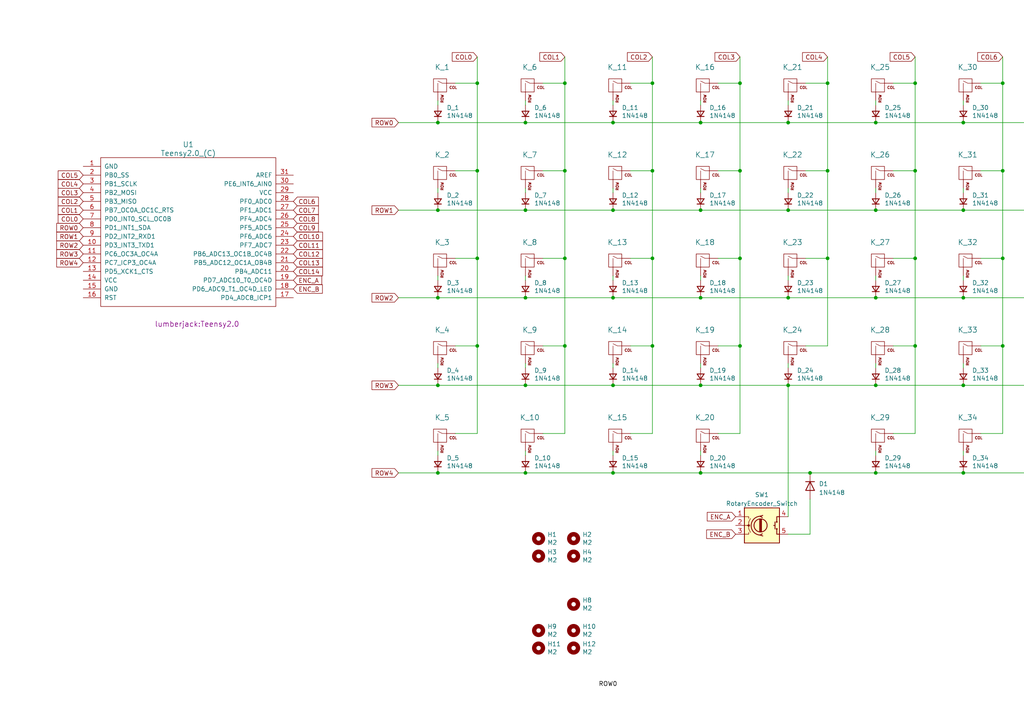
<source format=kicad_sch>
(kicad_sch (version 20230121) (generator eeschema)
  (paper "A4")
  (title_block (title "Lumberjack PCB") (date "2022-02-25") (rev "1.6"))
  (junction (at 330.2 111.76))
  (junction (at 254 111.76))
  (junction (at 406.4 35.56))
  (junction (at 177.8 35.56))
  (junction (at 417.83 24.13))
  (junction (at 290.83 100.33))
  (junction (at 381 137.16))
  (junction (at 163.83 100.33))
  (junction (at 138.43 74.93))
  (junction (at 381 86.36))
  (junction (at 367.03 49.53))
  (junction (at 228.6 86.36))
  (junction (at 214.63 49.53))
  (junction (at 152.4 137.16))
  (junction (at 290.83 74.93))
  (junction (at 152.4 35.56))
  (junction (at 203.2 137.16))
  (junction (at 468.63 49.53))
  (junction (at 355.6 137.16))
  (junction (at 127 86.36))
  (junction (at 406.4 86.36))
  (junction (at 228.6 35.56))
  (junction (at 265.43 49.53))
  (junction (at 443.23 74.93))
  (junction (at 417.83 49.53))
  (junction (at 138.43 24.13))
  (junction (at 468.63 24.13))
  (junction (at 330.2 60.96))
  (junction (at 127 60.96))
  (junction (at 138.43 100.33))
  (junction (at 163.83 49.53))
  (junction (at 431.8 137.16))
  (junction (at 406.4 137.16))
  (junction (at 279.4 35.56))
  (junction (at 177.8 111.76))
  (junction (at 214.63 100.33))
  (junction (at 203.2 35.56))
  (junction (at 279.4 86.36))
  (junction (at 381 111.76))
  (junction (at 234.95 137.16))
  (junction (at 152.4 111.76))
  (junction (at 138.43 49.53))
  (junction (at 189.23 100.33))
  (junction (at 392.43 49.53))
  (junction (at 240.03 74.93))
  (junction (at 290.83 49.53))
  (junction (at 177.8 60.96))
  (junction (at 367.03 74.93))
  (junction (at 203.2 111.76))
  (junction (at 367.03 100.33))
  (junction (at 254 60.96))
  (junction (at 367.03 24.13))
  (junction (at 177.8 137.16))
  (junction (at 254 137.16))
  (junction (at 265.43 74.93))
  (junction (at 330.2 35.56))
  (junction (at 177.8 86.36))
  (junction (at 189.23 24.13))
  (junction (at 431.8 60.96))
  (junction (at 316.23 74.93))
  (junction (at 316.23 49.53))
  (junction (at 330.2 137.16))
  (junction (at 163.83 74.93))
  (junction (at 381 35.56))
  (junction (at 254 86.36))
  (junction (at 279.4 137.16))
  (junction (at 189.23 49.53))
  (junction (at 443.23 24.13))
  (junction (at 304.8 86.36))
  (junction (at 443.23 49.53))
  (junction (at 228.6 60.96))
  (junction (at 355.6 35.56))
  (junction (at 279.4 60.96))
  (junction (at 127 111.76))
  (junction (at 341.63 24.13))
  (junction (at 152.4 86.36))
  (junction (at 431.8 35.56))
  (junction (at 127 137.16))
  (junction (at 203.2 86.36))
  (junction (at 279.4 111.76))
  (junction (at 417.83 100.33))
  (junction (at 494.03 24.13))
  (junction (at 228.6 111.76))
  (junction (at 290.83 24.13))
  (junction (at 406.4 60.96))
  (junction (at 341.63 100.33))
  (junction (at 304.8 60.96))
  (junction (at 457.2 35.56))
  (junction (at 203.2 60.96))
  (junction (at 163.83 24.13))
  (junction (at 304.8 35.56))
  (junction (at 240.03 49.53))
  (junction (at 304.8 111.76))
  (junction (at 152.4 60.96))
  (junction (at 392.43 24.13))
  (junction (at 254 35.56))
  (junction (at 240.03 24.13))
  (junction (at 417.83 74.93))
  (junction (at 214.63 24.13))
  (junction (at 355.6 60.96))
  (junction (at 330.2 86.36))
  (junction (at 381 60.96))
  (junction (at 341.63 49.53))
  (junction (at 392.43 100.33))
  (junction (at 127 35.56))
  (junction (at 392.43 74.93))
  (junction (at 265.43 100.33))
  (junction (at 355.6 86.36))
  (junction (at 189.23 74.93))
  (junction (at 355.6 111.76))
  (junction (at 214.63 74.93))
  (junction (at 265.43 24.13))
  (junction (at 316.23 24.13))
  (junction (at 341.63 74.93))
  (wire (pts (xy 392.43 74.93) (xy 392.43 49.53)))
  (wire (pts (xy 309.88 100.33) (xy 316.23 100.33)))
  (wire (pts (xy 127 137.16) (xy 152.4 137.16)))
  (wire (pts (xy 494.03 24.13) (xy 494.03 25.4)))
  (wire (pts (xy 304.8 60.96) (xy 330.2 60.96)))
  (wire (pts (xy 436.88 74.93) (xy 443.23 74.93)))
  (wire (pts (xy 233.68 49.53) (xy 240.03 49.53)))
  (wire (pts (xy 177.8 130.81) (xy 177.8 132.08)))
  (wire (pts (xy 304.8 105.41) (xy 304.8 106.68)))
  (wire (pts (xy 203.2 86.36) (xy 228.6 86.36)))
  (wire (pts (xy 431.8 80.01) (xy 431.8 81.28)))
  (wire (pts (xy 436.88 49.53) (xy 443.23 49.53)))
  (wire (pts (xy 330.2 54.61) (xy 330.2 55.88)))
  (wire (pts (xy 259.08 74.93) (xy 265.43 74.93)))
  (wire (pts (xy 214.63 16.51) (xy 214.63 24.13)))
  (wire (pts (xy 330.2 111.76) (xy 355.6 111.76)))
  (wire (pts (xy 203.2 137.16) (xy 234.95 137.16)))
  (wire (pts (xy 457.2 35.56) (xy 482.6 35.56)))
  (wire (pts (xy 367.03 125.73) (xy 367.03 100.33)))
  (wire (pts (xy 177.8 105.41) (xy 177.8 106.68)))
  (wire (pts (xy 177.8 60.96) (xy 203.2 60.96)))
  (wire (pts (xy 443.23 125.73) (xy 443.23 74.93)))
  (wire (pts (xy 189.23 16.51) (xy 189.23 24.13)))
  (wire (pts (xy 228.6 111.76) (xy 228.6 149.86)))
  (wire (pts (xy 228.6 35.56) (xy 254 35.56)))
  (wire (pts (xy 163.83 125.73) (xy 163.83 100.33)))
  (wire (pts (xy 152.4 80.01) (xy 152.4 81.28)))
  (wire (pts (xy 284.48 24.13) (xy 290.83 24.13)))
  (wire (pts (xy 367.03 100.33) (xy 367.03 74.93)))
  (wire (pts (xy 304.8 80.01) (xy 304.8 81.28)))
  (wire (pts (xy 335.28 100.33) (xy 341.63 100.33)))
  (wire (pts (xy 406.4 137.16) (xy 431.8 137.16)))
  (wire (pts (xy 152.4 29.21) (xy 152.4 30.48)))
  (wire (pts (xy 341.63 125.73) (xy 341.63 100.33)))
  (wire (pts (xy 386.08 49.53) (xy 392.43 49.53)))
  (wire (pts (xy 152.4 111.76) (xy 177.8 111.76)))
  (wire (pts (xy 335.28 49.53) (xy 341.63 49.53)))
  (wire (pts (xy 279.4 60.96) (xy 304.8 60.96)))
  (wire (pts (xy 279.4 86.36) (xy 304.8 86.36)))
  (wire (pts (xy 157.48 74.93) (xy 163.83 74.93)))
  (wire (pts (xy 417.83 74.93) (xy 417.83 49.53)))
  (wire (pts (xy 182.88 24.13) (xy 189.23 24.13)))
  (wire (pts (xy 290.83 24.13) (xy 290.83 49.53)))
  (wire (pts (xy 265.43 100.33) (xy 265.43 74.93)))
  (wire (pts (xy 177.8 80.01) (xy 177.8 81.28)))
  (wire (pts (xy 152.4 54.61) (xy 152.4 55.88)))
  (wire (pts (xy 127 86.36) (xy 152.4 86.36)))
  (wire (pts (xy 381 60.96) (xy 406.4 60.96)))
  (wire (pts (xy 355.6 54.61) (xy 355.6 55.88)))
  (wire (pts (xy 457.2 130.81) (xy 457.2 132.08)))
  (wire (pts (xy 254 137.16) (xy 279.4 137.16)))
  (wire (pts (xy 259.08 125.73) (xy 265.43 125.73)))
  (wire (pts (xy 240.03 16.51) (xy 240.03 24.13)))
  (wire (pts (xy 279.4 105.41) (xy 279.4 106.68)))
  (wire (pts (xy 330.2 137.16) (xy 355.6 137.16)))
  (wire (pts (xy 157.48 24.13) (xy 163.83 24.13)))
  (wire (pts (xy 182.88 125.73) (xy 189.23 125.73)))
  (wire (pts (xy 360.68 24.13) (xy 367.03 24.13)))
  (wire (pts (xy 381 29.21) (xy 381 30.48)))
  (wire (pts (xy 392.43 100.33) (xy 392.43 74.93)))
  (wire (pts (xy 436.88 125.73) (xy 443.23 125.73)))
  (wire (pts (xy 341.63 100.33) (xy 341.63 74.93)))
  (wire (pts (xy 381 80.01) (xy 381 81.28)))
  (wire (pts (xy 163.83 100.33) (xy 163.83 74.93)))
  (wire (pts (xy 254 105.41) (xy 254 106.68)))
  (wire (pts (xy 284.48 74.93) (xy 290.83 74.93)))
  (wire (pts (xy 304.8 35.56) (xy 330.2 35.56)))
  (wire (pts (xy 355.6 111.76) (xy 381 111.76)))
  (wire (pts (xy 482.6 29.21) (xy 482.6 30.48)))
  (wire (pts (xy 240.03 24.13) (xy 240.03 49.53)))
  (wire (pts (xy 127 130.81) (xy 127 132.08)))
  (wire (pts (xy 431.8 60.96) (xy 457.2 60.96)))
  (wire (pts (xy 443.23 24.13) (xy 443.23 49.53)))
  (wire (pts (xy 152.4 130.81) (xy 152.4 132.08)))
  (wire (pts (xy 367.03 74.93) (xy 367.03 49.53)))
  (wire (pts (xy 330.2 130.81) (xy 330.2 132.08)))
  (wire (pts (xy 381 54.61) (xy 381 55.88)))
  (wire (pts (xy 431.8 54.61) (xy 431.8 55.88)))
  (wire (pts (xy 309.88 74.93) (xy 316.23 74.93)))
  (wire (pts (xy 279.4 130.81) (xy 279.4 132.08)))
  (wire (pts (xy 265.43 125.73) (xy 265.43 100.33)))
  (wire (pts (xy 265.43 24.13) (xy 265.43 49.53)))
  (wire (pts (xy 127 60.96) (xy 152.4 60.96)))
  (wire (pts (xy 330.2 35.56) (xy 355.6 35.56)))
  (wire (pts (xy 487.68 24.13) (xy 494.03 24.13)))
  (wire (pts (xy 279.4 54.61) (xy 279.4 55.88)))
  (wire (pts (xy 177.8 111.76) (xy 203.2 111.76)))
  (wire (pts (xy 386.08 100.33) (xy 392.43 100.33)))
  (wire (pts (xy 436.88 24.13) (xy 443.23 24.13)))
  (wire (pts (xy 279.4 35.56) (xy 304.8 35.56)))
  (wire (pts (xy 203.2 60.96) (xy 228.6 60.96)))
  (wire (pts (xy 259.08 49.53) (xy 265.43 49.53)))
  (wire (pts (xy 335.28 125.73) (xy 341.63 125.73)))
  (wire (pts (xy 189.23 125.73) (xy 189.23 100.33)))
  (wire (pts (xy 462.28 49.53) (xy 468.63 49.53)))
  (wire (pts (xy 381 137.16) (xy 406.4 137.16)))
  (wire (pts (xy 203.2 105.41) (xy 203.2 106.68)))
  (wire (pts (xy 443.23 16.51) (xy 443.23 24.13)))
  (wire (pts (xy 406.4 105.41) (xy 406.4 106.68)))
  (wire (pts (xy 208.28 24.13) (xy 214.63 24.13)))
  (wire (pts (xy 457.2 54.61) (xy 457.2 55.88)))
  (wire (pts (xy 163.83 74.93) (xy 163.83 49.53)))
  (wire (pts (xy 367.03 24.13) (xy 367.03 49.53)))
  (wire (pts (xy 177.8 29.21) (xy 177.8 30.48)))
  (wire (pts (xy 132.08 125.73) (xy 138.43 125.73)))
  (wire (pts (xy 290.83 125.73) (xy 290.83 100.33)))
  (wire (pts (xy 381 111.76) (xy 406.4 111.76)))
  (wire (pts (xy 330.2 105.41) (xy 330.2 106.68)))
  (wire (pts (xy 386.08 24.13) (xy 392.43 24.13)))
  (wire (pts (xy 152.4 86.36) (xy 177.8 86.36)))
  (wire (pts (xy 177.8 54.61) (xy 177.8 55.88)))
  (wire (pts (xy 203.2 80.01) (xy 203.2 81.28)))
  (wire (pts (xy 355.6 105.41) (xy 355.6 106.68)))
  (wire (pts (xy 115.57 35.56) (xy 127 35.56)))
  (wire (pts (xy 233.68 24.13) (xy 240.03 24.13)))
  (wire (pts (xy 392.43 16.51) (xy 392.43 24.13)))
  (wire (pts (xy 177.8 35.56) (xy 203.2 35.56)))
  (wire (pts (xy 228.6 154.94) (xy 234.95 154.94)))
  (wire (pts (xy 304.8 54.61) (xy 304.8 55.88)))
  (wire (pts (xy 494.03 16.51) (xy 494.03 24.13)))
  (wire (pts (xy 254 35.56) (xy 279.4 35.56)))
  (wire (pts (xy 330.2 60.96) (xy 355.6 60.96)))
  (wire (pts (xy 355.6 35.56) (xy 381 35.56)))
  (wire (pts (xy 279.4 80.01) (xy 279.4 81.28)))
  (wire (pts (xy 417.83 16.51) (xy 417.83 24.13)))
  (wire (pts (xy 127 80.01) (xy 127 81.28)))
  (wire (pts (xy 406.4 54.61) (xy 406.4 55.88)))
  (wire (pts (xy 228.6 29.21) (xy 228.6 30.48)))
  (wire (pts (xy 335.28 24.13) (xy 341.63 24.13)))
  (wire (pts (xy 411.48 24.13) (xy 417.83 24.13)))
  (wire (pts (xy 392.43 24.13) (xy 392.43 49.53)))
  (wire (pts (xy 203.2 130.81) (xy 203.2 132.08)))
  (wire (pts (xy 462.28 125.73) (xy 468.63 125.73)))
  (wire (pts (xy 360.68 49.53) (xy 367.03 49.53)))
  (wire (pts (xy 254 60.96) (xy 279.4 60.96)))
  (wire (pts (xy 330.2 29.21) (xy 330.2 30.48)))
  (wire (pts (xy 468.63 24.13) (xy 468.63 49.53)))
  (wire (pts (xy 115.57 111.76) (xy 127 111.76)))
  (wire (pts (xy 355.6 29.21) (xy 355.6 30.48)))
  (wire (pts (xy 208.28 49.53) (xy 214.63 49.53)))
  (wire (pts (xy 316.23 16.51) (xy 316.23 24.13)))
  (wire (pts (xy 182.88 49.53) (xy 189.23 49.53)))
  (wire (pts (xy 228.6 60.96) (xy 254 60.96)))
  (wire (pts (xy 443.23 74.93) (xy 443.23 49.53)))
  (wire (pts (xy 132.08 49.53) (xy 138.43 49.53)))
  (wire (pts (xy 468.63 125.73) (xy 468.63 49.53)))
  (wire (pts (xy 208.28 100.33) (xy 214.63 100.33)))
  (wire (pts (xy 406.4 60.96) (xy 431.8 60.96)))
  (wire (pts (xy 203.2 111.76) (xy 228.6 111.76)))
  (wire (pts (xy 355.6 86.36) (xy 381 86.36)))
  (wire (pts (xy 132.08 100.33) (xy 138.43 100.33)))
  (wire (pts (xy 265.43 74.93) (xy 265.43 49.53)))
  (wire (pts (xy 417.83 125.73) (xy 417.83 100.33)))
  (wire (pts (xy 240.03 74.93) (xy 240.03 49.53)))
  (wire (pts (xy 254 29.21) (xy 254 30.48)))
  (wire (pts (xy 115.57 86.36) (xy 127 86.36)))
  (wire (pts (xy 309.88 24.13) (xy 316.23 24.13)))
  (wire (pts (xy 406.4 29.21) (xy 406.4 30.48)))
  (wire (pts (xy 360.68 125.73) (xy 367.03 125.73)))
  (wire (pts (xy 316.23 24.13) (xy 316.23 49.53)))
  (wire (pts (xy 392.43 125.73) (xy 392.43 100.33)))
  (wire (pts (xy 381 86.36) (xy 406.4 86.36)))
  (wire (pts (xy 386.08 74.93) (xy 392.43 74.93)))
  (wire (pts (xy 406.4 130.81) (xy 406.4 132.08)))
  (wire (pts (xy 468.63 16.51) (xy 468.63 24.13)))
  (wire (pts (xy 138.43 125.73) (xy 138.43 100.33)))
  (wire (pts (xy 360.68 74.93) (xy 367.03 74.93)))
  (wire (pts (xy 341.63 24.13) (xy 341.63 49.53)))
  (wire (pts (xy 228.6 80.01) (xy 228.6 81.28)))
  (wire (pts (xy 127 54.61) (xy 127 55.88)))
  (wire (pts (xy 203.2 54.61) (xy 203.2 55.88)))
  (wire (pts (xy 138.43 74.93) (xy 138.43 49.53)))
  (wire (pts (xy 234.95 137.16) (xy 254 137.16)))
  (wire (pts (xy 157.48 100.33) (xy 163.83 100.33)))
  (wire (pts (xy 335.28 74.93) (xy 341.63 74.93)))
  (wire (pts (xy 127 105.41) (xy 127 106.68)))
  (wire (pts (xy 355.6 80.01) (xy 355.6 81.28)))
  (wire (pts (xy 462.28 24.13) (xy 468.63 24.13)))
  (wire (pts (xy 208.28 74.93) (xy 214.63 74.93)))
  (wire (pts (xy 214.63 74.93) (xy 214.63 49.53)))
  (wire (pts (xy 411.48 100.33) (xy 417.83 100.33)))
  (wire (pts (xy 127 29.21) (xy 127 30.48)))
  (wire (pts (xy 254 54.61) (xy 254 55.88)))
  (wire (pts (xy 132.08 24.13) (xy 138.43 24.13)))
  (wire (pts (xy 284.48 49.53) (xy 290.83 49.53)))
  (wire (pts (xy 265.43 16.51) (xy 265.43 24.13)))
  (wire (pts (xy 279.4 137.16) (xy 330.2 137.16)))
  (wire (pts (xy 233.68 100.33) (xy 240.03 100.33)))
  (wire (pts (xy 259.08 24.13) (xy 265.43 24.13)))
  (wire (pts (xy 189.23 24.13) (xy 189.23 49.53)))
  (wire (pts (xy 157.48 49.53) (xy 163.83 49.53)))
  (wire (pts (xy 406.4 35.56) (xy 431.8 35.56)))
  (wire (pts (xy 228.6 111.76) (xy 254 111.76)))
  (wire (pts (xy 214.63 100.33) (xy 214.63 74.93)))
  (wire (pts (xy 360.68 100.33) (xy 367.03 100.33)))
  (wire (pts (xy 189.23 100.33) (xy 189.23 74.93)))
  (wire (pts (xy 330.2 86.36) (xy 355.6 86.36)))
  (wire (pts (xy 152.4 105.41) (xy 152.4 106.68)))
  (wire (pts (xy 138.43 100.33) (xy 138.43 74.93)))
  (wire (pts (xy 127 111.76) (xy 152.4 111.76)))
  (wire (pts (xy 163.83 24.13) (xy 163.83 49.53)))
  (wire (pts (xy 411.48 49.53) (xy 417.83 49.53)))
  (wire (pts (xy 431.8 29.21) (xy 431.8 30.48)))
  (wire (pts (xy 115.57 137.16) (xy 127 137.16)))
  (wire (pts (xy 214.63 125.73) (xy 214.63 100.33)))
  (wire (pts (xy 309.88 49.53) (xy 316.23 49.53)))
  (wire (pts (xy 381 35.56) (xy 406.4 35.56)))
  (wire (pts (xy 279.4 111.76) (xy 304.8 111.76)))
  (wire (pts (xy 381 105.41) (xy 381 106.68)))
  (wire (pts (xy 457.2 29.21) (xy 457.2 30.48)))
  (wire (pts (xy 367.03 16.51) (xy 367.03 24.13)))
  (wire (pts (xy 254 80.01) (xy 254 81.28)))
  (wire (pts (xy 411.48 125.73) (xy 417.83 125.73)))
  (wire (pts (xy 115.57 60.96) (xy 127 60.96)))
  (wire (pts (xy 381 130.81) (xy 381 132.08)))
  (wire (pts (xy 316.23 100.33) (xy 316.23 74.93)))
  (wire (pts (xy 431.8 130.81) (xy 431.8 132.08)))
  (wire (pts (xy 431.8 35.56) (xy 457.2 35.56)))
  (wire (pts (xy 182.88 74.93) (xy 189.23 74.93)))
  (wire (pts (xy 203.2 35.56) (xy 228.6 35.56)))
  (wire (pts (xy 284.48 125.73) (xy 290.83 125.73)))
  (wire (pts (xy 203.2 29.21) (xy 203.2 30.48)))
  (wire (pts (xy 341.63 74.93) (xy 341.63 49.53)))
  (wire (pts (xy 163.83 16.51) (xy 163.83 24.13)))
  (wire (pts (xy 284.48 100.33) (xy 290.83 100.33)))
  (wire (pts (xy 127 35.56) (xy 152.4 35.56)))
  (wire (pts (xy 406.4 80.01) (xy 406.4 81.28)))
  (wire (pts (xy 316.23 74.93) (xy 316.23 49.53)))
  (wire (pts (xy 132.08 74.93) (xy 138.43 74.93)))
  (wire (pts (xy 177.8 137.16) (xy 203.2 137.16)))
  (wire (pts (xy 290.83 100.33) (xy 290.83 74.93)))
  (wire (pts (xy 330.2 80.01) (xy 330.2 81.28)))
  (wire (pts (xy 406.4 86.36) (xy 431.8 86.36)))
  (wire (pts (xy 152.4 60.96) (xy 177.8 60.96)))
  (wire (pts (xy 355.6 137.16) (xy 381 137.16)))
  (wire (pts (xy 228.6 54.61) (xy 228.6 55.88)))
  (wire (pts (xy 279.4 29.21) (xy 279.4 30.48)))
  (wire (pts (xy 386.08 125.73) (xy 392.43 125.73)))
  (wire (pts (xy 157.48 125.73) (xy 163.83 125.73)))
  (wire (pts (xy 304.8 86.36) (xy 330.2 86.36)))
  (wire (pts (xy 304.8 111.76) (xy 330.2 111.76)))
  (wire (pts (xy 254 130.81) (xy 254 132.08)))
  (wire (pts (xy 240.03 100.33) (xy 240.03 74.93)))
  (wire (pts (xy 304.8 29.21) (xy 304.8 30.48)))
  (wire (pts (xy 259.08 100.33) (xy 265.43 100.33)))
  (wire (pts (xy 233.68 74.93) (xy 240.03 74.93)))
  (wire (pts (xy 228.6 105.41) (xy 228.6 106.68)))
  (wire (pts (xy 182.88 100.33) (xy 189.23 100.33)))
  (wire (pts (xy 417.83 24.13) (xy 417.83 49.53)))
  (wire (pts (xy 417.83 100.33) (xy 417.83 74.93)))
  (wire (pts (xy 177.8 86.36) (xy 203.2 86.36)))
  (wire (pts (xy 355.6 130.81) (xy 355.6 132.08)))
  (wire (pts (xy 355.6 60.96) (xy 381 60.96)))
  (wire (pts (xy 254 86.36) (xy 279.4 86.36)))
  (wire (pts (xy 138.43 16.51) (xy 138.43 24.13)))
  (wire (pts (xy 290.83 74.93) (xy 290.83 49.53)))
  (wire (pts (xy 228.6 86.36) (xy 254 86.36)))
  (wire (pts (xy 234.95 154.94) (xy 234.95 144.78)))
  (wire (pts (xy 341.63 16.51) (xy 341.63 24.13)))
  (wire (pts (xy 152.4 35.56) (xy 177.8 35.56)))
  (wire (pts (xy 431.8 137.16) (xy 457.2 137.16)))
  (wire (pts (xy 411.48 74.93) (xy 417.83 74.93)))
  (wire (pts (xy 138.43 24.13) (xy 138.43 49.53)))
  (wire (pts (xy 214.63 24.13) (xy 214.63 49.53)))
  (wire (pts (xy 290.83 16.51) (xy 290.83 24.13)))
  (wire (pts (xy 208.28 125.73) (xy 214.63 125.73)))
  (wire (pts (xy 152.4 137.16) (xy 177.8 137.16)))
  (wire (pts (xy 189.23 74.93) (xy 189.23 49.53)))
  (wire (pts (xy 254 111.76) (xy 279.4 111.76)))
  (label "ROW0" (at 179.07 199.39 180))
  (global_label "COL3" (shape input) (at 214.63 16.51 180) (property "Intersheetrefs" "${INTERSHEET_REFS}" (effects hide)))
  (global_label "COL0" (shape input) (at 138.43 16.51 180) (property "Intersheetrefs" "${INTERSHEET_REFS}" (effects hide)))
  (global_label "COL0" (shape input) (at 24.13 63.5 180) (property "Intersheetrefs" "${INTERSHEET_REFS}" (effects hide)))
  (global_label "COL12" (shape input) (at 443.23 16.51 180) (property "Intersheetrefs" "${INTERSHEET_REFS}" (effects hide)))
  (global_label "COL13" (shape input) (at 468.63 16.51 180) (property "Intersheetrefs" "${INTERSHEET_REFS}" (effects hide)))
  (global_label "COL11" (shape input) (at 85.09 71.12 0) (property "Intersheetrefs" "${INTERSHEET_REFS}" (effects hide)))
  (global_label "ROW4" (shape input) (at 115.57 137.16 180) (property "Intersheetrefs" "${INTERSHEET_REFS}" (effects hide)))
  (global_label "COL4" (shape input) (at 24.13 53.34 180) (property "Intersheetrefs" "${INTERSHEET_REFS}" (effects hide)))
  (global_label "COL13" (shape input) (at 85.09 76.2 0) (property "Intersheetrefs" "${INTERSHEET_REFS}" (effects hide)))
  (global_label "COL8" (shape input) (at 85.09 63.5 0) (property "Intersheetrefs" "${INTERSHEET_REFS}" (effects hide)))
  (global_label "COL4" (shape input) (at 240.03 16.51 180) (property "Intersheetrefs" "${INTERSHEET_REFS}" (effects hide)))
  (global_label "COL7" (shape input) (at 316.23 16.51 180) (property "Intersheetrefs" "${INTERSHEET_REFS}" (effects hide)))
  (global_label "COL14" (shape input) (at 85.09 78.74 0) (property "Intersheetrefs" "${INTERSHEET_REFS}" (effects hide)))
  (global_label "COL11" (shape input) (at 417.83 16.51 180) (property "Intersheetrefs" "${INTERSHEET_REFS}" (effects hide)))
  (global_label "ENC_A" (shape input) (at 85.09 81.28 0) (property "Intersheetrefs" "${INTERSHEET_REFS}" (effects hide)))
  (global_label "COL9" (shape input) (at 85.09 66.04 0) (property "Intersheetrefs" "${INTERSHEET_REFS}" (effects hide)))
  (global_label "COL6" (shape input) (at 85.09 58.42 0) (property "Intersheetrefs" "${INTERSHEET_REFS}" (effects hide)))
  (global_label "ROW3" (shape input) (at 24.13 73.66 180) (property "Intersheetrefs" "${INTERSHEET_REFS}" (effects hide)))
  (global_label "COL5" (shape input) (at 265.43 16.51 180) (property "Intersheetrefs" "${INTERSHEET_REFS}" (effects hide)))
  (global_label "COL3" (shape input) (at 24.13 55.88 180) (property "Intersheetrefs" "${INTERSHEET_REFS}" (effects hide)))
  (global_label "COL12" (shape input) (at 85.09 73.66 0) (property "Intersheetrefs" "${INTERSHEET_REFS}" (effects hide)))
  (global_label "COL6" (shape input) (at 290.83 16.51 180) (property "Intersheetrefs" "${INTERSHEET_REFS}" (effects hide)))
  (global_label "COL9" (shape input) (at 367.03 16.51 180) (property "Intersheetrefs" "${INTERSHEET_REFS}" (effects hide)))
  (global_label "COL8" (shape input) (at 341.63 16.51 180) (property "Intersheetrefs" "${INTERSHEET_REFS}" (effects hide)))
  (global_label "ENC_A" (shape input) (at 213.36 149.86 180) (property "Intersheetrefs" "${INTERSHEET_REFS}" (effects hide)))
  (global_label "COL1" (shape input) (at 24.13 60.96 180) (property "Intersheetrefs" "${INTERSHEET_REFS}" (effects hide)))
  (global_label "ENC_B" (shape input) (at 85.09 83.82 0) (property "Intersheetrefs" "${INTERSHEET_REFS}" (effects hide)))
  (global_label "ROW0" (shape input) (at 24.13 66.04 180) (property "Intersheetrefs" "${INTERSHEET_REFS}" (effects hide)))
  (global_label "ROW3" (shape input) (at 115.57 111.76 180) (property "Intersheetrefs" "${INTERSHEET_REFS}" (effects hide)))
  (global_label "COL2" (shape input) (at 189.23 16.51 180) (property "Intersheetrefs" "${INTERSHEET_REFS}" (effects hide)))
  (global_label "COL1" (shape input) (at 163.83 16.51 180) (property "Intersheetrefs" "${INTERSHEET_REFS}" (effects hide)))
  (global_label "ROW1" (shape input) (at 24.13 68.58 180) (property "Intersheetrefs" "${INTERSHEET_REFS}" (effects hide)))
  (global_label "COL14" (shape input) (at 494.03 16.51 180) (property "Intersheetrefs" "${INTERSHEET_REFS}" (effects hide)))
  (global_label "COL2" (shape input) (at 24.13 58.42 180) (property "Intersheetrefs" "${INTERSHEET_REFS}" (effects hide)))
  (global_label "ROW2" (shape input) (at 115.57 86.36 180) (property "Intersheetrefs" "${INTERSHEET_REFS}" (effects hide)))
  (global_label "COL7" (shape input) (at 85.09 60.96 0) (property "Intersheetrefs" "${INTERSHEET_REFS}" (effects hide)))
  (global_label "ROW1" (shape input) (at 115.57 60.96 180) (property "Intersheetrefs" "${INTERSHEET_REFS}" (effects hide)))
  (global_label "COL5" (shape input) (at 24.13 50.8 180) (property "Intersheetrefs" "${INTERSHEET_REFS}" (effects hide)))
  (global_label "ENC_B" (shape input) (at 213.36 154.94 180) (property "Intersheetrefs" "${INTERSHEET_REFS}" (effects hide)))
  (global_label "COL10" (shape input) (at 85.09 68.58 0) (property "Intersheetrefs" "${INTERSHEET_REFS}" (effects hide)))
  (global_label "ROW0" (shape input) (at 115.57 35.56 180) (property "Intersheetrefs" "${INTERSHEET_REFS}" (effects hide)))
  (global_label "ROW4" (shape input) (at 24.13 76.2 180) (property "Intersheetrefs" "${INTERSHEET_REFS}" (effects hide)))
  (global_label "COL10" (shape input) (at 392.43 16.51 180) (property "Intersheetrefs" "${INTERSHEET_REFS}" (effects hide)))
  (global_label "ROW2" (shape input) (at 24.13 71.12 180) (property "Intersheetrefs" "${INTERSHEET_REFS}" (effects hide)))
  (symbol (lib_id "Mechanical:MountingHole") (at 156.21 156.21 0) (unit 1) (in_bom no)
    (property "Reference" "H1" (at 158.75 155.0416 0) (effects (justify left)))
    (property "Value" "M2" (at 158.75 157.353 0) (effects (justify left)))
    (property "Footprint" "lumberjack:MountingHole_M2" (effects hide))
  )
  (symbol (lib_id "Mechanical:MountingHole") (at 166.37 156.21 0) (unit 1) (in_bom no)
    (property "Reference" "H2" (at 168.91 155.0416 0) (effects (justify left)))
    (property "Value" "M2" (at 168.91 157.353 0) (effects (justify left)))
    (property "Footprint" "lumberjack:MountingHole_M2" (effects hide))
  )
  (symbol (lib_id "Mechanical:MountingHole") (at 156.21 161.29 0) (unit 1) (in_bom no)
    (property "Reference" "H3" (at 158.75 160.1216 0) (effects (justify left)))
    (property "Value" "M2" (at 158.75 162.433 0) (effects (justify left)))
    (property "Footprint" "lumberjack:MountingHole_M2" (effects hide))
  )
  (symbol (lib_id "Mechanical:MountingHole") (at 166.37 161.29 0) (unit 1) (in_bom no)
    (property "Reference" "H4" (at 168.91 160.1216 0) (effects (justify left)))
    (property "Value" "M2" (at 168.91 162.433 0) (effects (justify left)))
    (property "Footprint" "lumberjack:MountingHole_M2" (effects hide))
  )
  (symbol (lib_id "Mechanical:MountingHole") (at 166.37 175.26 0) (unit 1) (in_bom no)
    (property "Reference" "H8" (at 168.91 174.0916 0) (effects (justify left)))
    (property "Value" "M2" (at 168.91 176.403 0) (effects (justify left)))
    (property "Footprint" "lumberjack:MountingHole_M2" (effects hide))
  )
  (symbol (lib_id "Mechanical:MountingHole") (at 166.37 182.88 0) (unit 1) (in_bom no)
    (property "Reference" "H10" (at 168.91 181.7116 0) (effects (justify left)))
    (property "Value" "M2" (at 168.91 184.023 0) (effects (justify left)))
    (property "Footprint" "lumberjack:MountingHole_M2" (effects hide))
  )
  (symbol (lib_id "Mechanical:MountingHole") (at 156.21 182.88 0) (unit 1) (in_bom no)
    (property "Reference" "H9" (at 158.75 181.7116 0) (effects (justify left)))
    (property "Value" "M2" (at 158.75 184.023 0) (effects (justify left)))
    (property "Footprint" "lumberjack:MountingHole_M2" (effects hide))
  )
  (symbol (lib_id "Mechanical:MountingHole") (at 156.21 187.96 0) (unit 1) (in_bom no)
    (property "Reference" "H11" (at 158.75 186.7916 0) (effects (justify left)))
    (property "Value" "M2" (at 158.75 189.103 0) (effects (justify left)))
    (property "Footprint" "lumberjack:MountingHole_M2" (effects hide))
  )
  (symbol (lib_id "MX_Alps_Hybrid:MX-NoLED") (at 382.27 25.4 0) (unit 1)
    (property "Reference" "K_49" (at 382.27 19.4818 0) (effects (font (size 1.524 1.524))))
    (property "Value" "KEYSW" (effects hide))
    (property "Footprint" "Button_Switch_Keyboard:SW_Cherry_MX_1.00u_PCB" (effects hide))
  )
  (symbol (lib_id "MX_Alps_Hybrid:MX-NoLED") (at 128.27 127 0) (unit 1)
    (property "Reference" "K_5" (at 128.27 121.0818 0) (effects (font (size 1.524 1.524))))
    (property "Value" "KEYSW" (effects hide))
    (property "Footprint" "Button_Switch_Keyboard:SW_Cherry_MX_1.25u_PCB" (effects hide))
  )
  (symbol (lib_id "Device:D_Small") (at 330.2 83.82 90) (unit 1)
    (property "Reference" "D_41" (at 332.74 82.042 90) (effects (justify right)))
    (property "Value" "1N4148" (at 332.74 84.328 90) (effects (justify right)))
    (property "Footprint" "Diode_THT:D_DO-35_SOD27_P7.62mm_Horizontal" (effects hide))
  )
  (symbol (lib_id "MX_Alps_Hybrid:MX-NoLED") (at 128.27 25.4 0) (unit 1)
    (property "Reference" "K_1" (at 128.27 19.4818 0) (effects (font (size 1.524 1.524))))
    (property "Value" "KEYSW" (effects hide))
    (property "Footprint" "Button_Switch_Keyboard:SW_Cherry_MX_1.00u_PCB" (effects hide))
  )
  (symbol (lib_id "Device:D_Small") (at 152.4 134.62 90) (unit 1)
    (property "Reference" "D_10" (at 154.94 132.842 90) (effects (justify right)))
    (property "Value" "1N4148" (at 154.94 135.128 90) (effects (justify right)))
    (property "Footprint" "Diode_THT:D_DO-35_SOD27_P7.62mm_Horizontal" (effects hide))
  )
  (symbol (lib_id "Device:D_Small") (at 431.8 83.82 90) (unit 1)
    (property "Reference" "D_61" (at 434.34 82.042 90) (effects (justify right)))
    (property "Value" "1N4148" (at 434.34 84.328 90) (effects (justify right)))
    (property "Footprint" "Diode_THT:D_DO-35_SOD27_P7.62mm_Horizontal" (effects hide))
  )
  (symbol (lib_id "MX_Alps_Hybrid:MX-NoLED") (at 204.47 25.4 0) (unit 1)
    (property "Reference" "K_16" (at 204.47 19.4818 0) (effects (font (size 1.524 1.524))))
    (property "Value" "KEYSW" (effects hide))
    (property "Footprint" "Button_Switch_Keyboard:SW_Cherry_MX_1.00u_PCB" (effects hide))
  )
  (symbol (lib_id "MX_Alps_Hybrid:MX-NoLED") (at 331.47 127 0) (unit 1)
    (property "Reference" "K_43" (at 331.47 121.0818 0) (effects (font (size 1.524 1.524))))
    (property "Value" "KEYSW" (effects hide))
    (property "Footprint" "Button_Switch_Keyboard:SW_Cherry_MX_1.25u_PCB" (effects hide))
  )
  (symbol (lib_id "MX_Alps_Hybrid:MX-NoLED") (at 433.07 50.8 0) (unit 1)
    (property "Reference" "K_60" (at 433.07 44.8818 0) (effects (font (size 1.524 1.524))))
    (property "Value" "KEYSW" (effects hide))
    (property "Footprint" "Button_Switch_Keyboard:SW_Cherry_MX_1.00u_PCB" (effects hide))
  )
  (symbol (lib_id "MX_Alps_Hybrid:MX-NoLED") (at 407.67 127 0) (unit 1)
    (property "Reference" "K_58" (at 407.67 121.0818 0) (effects (font (size 1.524 1.524))))
    (property "Value" "KEYSW" (effects hide))
    (property "Footprint" "Button_Switch_Keyboard:SW_Cherry_MX_1.00u_PCB" (effects hide))
  )
  (symbol (lib_id "MX_Alps_Hybrid:MX-NoLED") (at 153.67 50.8 0) (unit 1)
    (property "Reference" "K_7" (at 153.67 44.8818 0) (effects (font (size 1.524 1.524))))
    (property "Value" "KEYSW" (effects hide))
    (property "Footprint" "Button_Switch_Keyboard:SW_Cherry_MX_1.00u_PCB" (effects hide))
  )
  (symbol (lib_id "Device:D_Small") (at 304.8 109.22 90) (unit 1)
    (property "Reference" "D_38" (at 307.34 107.442 90) (effects (justify right)))
    (property "Value" "1N4148" (at 307.34 109.728 90) (effects (justify right)))
    (property "Footprint" "Diode_THT:D_DO-35_SOD27_P7.62mm_Horizontal" (effects hide))
  )
  (symbol (lib_id "Device:D_Small") (at 279.4 134.62 90) (unit 1)
    (property "Reference" "D_34" (at 281.94 132.842 90) (effects (justify right)))
    (property "Value" "1N4148" (at 281.94 135.128 90) (effects (justify right)))
    (property "Footprint" "Diode_THT:D_DO-35_SOD27_P7.62mm_Horizontal" (effects hide))
  )
  (symbol (lib_id "Device:D_Small") (at 152.4 109.22 90) (unit 1)
    (property "Reference" "D_9" (at 154.94 107.442 90) (effects (justify right)))
    (property "Value" "1N4148" (at 154.94 109.728 90) (effects (justify right)))
    (property "Footprint" "Diode_THT:D_DO-35_SOD27_P7.62mm_Horizontal" (effects hide))
  )
  (symbol (lib_id "MX_Alps_Hybrid:MX-NoLED") (at 306.07 50.8 0) (unit 1)
    (property "Reference" "K_36" (at 306.07 44.8818 0) (effects (font (size 1.524 1.524))))
    (property "Value" "KEYSW" (effects hide))
    (property "Footprint" "Button_Switch_Keyboard:SW_Cherry_MX_1.00u_PCB" (effects hide))
  )
  (symbol (lib_id "Device:D_Small") (at 203.2 58.42 90) (unit 1)
    (property "Reference" "D_17" (at 205.74 56.642 90) (effects (justify right)))
    (property "Value" "1N4148" (at 205.74 58.928 90) (effects (justify right)))
    (property "Footprint" "Diode_THT:D_DO-35_SOD27_P7.62mm_Horizontal" (effects hide))
  )
  (symbol (lib_id "Device:D_Small") (at 304.8 58.42 90) (unit 1)
    (property "Reference" "D_36" (at 307.34 56.642 90) (effects (justify right)))
    (property "Value" "1N4148" (at 307.34 58.928 90) (effects (justify right)))
    (property "Footprint" "Diode_THT:D_DO-35_SOD27_P7.62mm_Horizontal" (effects hide))
  )
  (symbol (lib_id "MX_Alps_Hybrid:MX-NoLED") (at 204.47 76.2 0) (unit 1)
    (property "Reference" "K_18" (at 204.47 70.2818 0) (effects (font (size 1.524 1.524))))
    (property "Value" "KEYSW" (effects hide))
    (property "Footprint" "Button_Switch_Keyboard:SW_Cherry_MX_1.00u_PCB" (effects hide))
  )
  (symbol (lib_id "Diode:1N4148") (at 234.95 140.97 270) (unit 1)
    (property "Reference" "D1" (at 237.49 140.335 90) (effects (justify left)))
    (property "Value" "1N4148" (at 237.49 142.875 90) (effects (justify left)))
    (property "Footprint" "Diode_THT:D_DO-35_SOD27_P7.62mm_Horizontal" (effects hide))
    (property "Datasheet" "https://assets.nexperia.com/documents/data-sheet/1N4148_1N4448.pdf" (effects hide))
    (property "Sim.Device" "D" (effects hide))
    (property "Sim.Pins" "1=K 2=A" (effects hide))
  )
  (symbol (lib_id "MX_Alps_Hybrid:MX-NoLED") (at 229.87 50.8 0) (unit 1)
    (property "Reference" "K_22" (at 229.87 44.8818 0) (effects (font (size 1.524 1.524))))
    (property "Value" "KEYSW" (effects hide))
    (property "Footprint" "Button_Switch_Keyboard:SW_Cherry_MX_1.00u_PCB" (effects hide))
  )
  (symbol (lib_id "MX_Alps_Hybrid:MX-NoLED") (at 280.67 25.4 0) (unit 1)
    (property "Reference" "K_30" (at 280.67 19.4818 0) (effects (font (size 1.524 1.524))))
    (property "Value" "KEYSW" (effects hide))
    (property "Footprint" "Button_Switch_Keyboard:SW_Cherry_MX_1.00u_PCB" (effects hide))
  )
  (symbol (lib_id "Device:D_Small") (at 304.8 33.02 90) (unit 1)
    (property "Reference" "D_35" (at 307.34 31.242 90) (effects (justify right)))
    (property "Value" "1N4148" (at 307.34 33.528 90) (effects (justify right)))
    (property "Footprint" "Diode_THT:D_DO-35_SOD27_P7.62mm_Horizontal" (effects hide))
  )
  (symbol (lib_id "Device:D_Small") (at 330.2 109.22 90) (unit 1)
    (property "Reference" "D_42" (at 332.74 107.442 90) (effects (justify right)))
    (property "Value" "1N4148" (at 332.74 109.728 90) (effects (justify right)))
    (property "Footprint" "Diode_THT:D_DO-35_SOD27_P7.62mm_Horizontal" (effects hide))
  )
  (symbol (lib_id "MX_Alps_Hybrid:MX-NoLED") (at 407.67 50.8 0) (unit 1)
    (property "Reference" "K_55" (at 407.67 44.8818 0) (effects (font (size 1.524 1.524))))
    (property "Value" "KEYSW" (effects hide))
    (property "Footprint" "Button_Switch_Keyboard:SW_Cherry_MX_1.00u_PCB" (effects hide))
  )
  (symbol (lib_id "Device:D_Small") (at 457.2 58.42 90) (unit 1)
    (property "Reference" "D_64" (at 459.74 56.642 90) (effects (justify right)))
    (property "Value" "1N4148" (at 459.74 58.928 90) (effects (justify right)))
    (property "Footprint" "Diode_THT:D_DO-35_SOD27_P7.62mm_Horizontal" (effects hide))
  )
  (symbol (lib_id "Device:D_Small") (at 355.6 134.62 90) (unit 1)
    (property "Reference" "D_48" (at 358.14 132.842 90) (effects (justify right)))
    (property "Value" "1N4148" (at 358.14 135.128 90) (effects (justify right)))
    (property "Footprint" "Diode_THT:D_DO-35_SOD27_P7.62mm_Horizontal" (effects hide))
  )
  (symbol (lib_id "Device:D_Small") (at 203.2 134.62 90) (unit 1)
    (property "Reference" "D_20" (at 205.74 132.842 90) (effects (justify right)))
    (property "Value" "1N4148" (at 205.74 135.128 90) (effects (justify right)))
    (property "Footprint" "Diode_THT:D_DO-35_SOD27_P7.62mm_Horizontal" (effects hide))
  )
  (symbol (lib_id "Device:D_Small") (at 228.6 58.42 90) (unit 1)
    (property "Reference" "D_22" (at 231.14 56.642 90) (effects (justify right)))
    (property "Value" "1N4148" (at 231.14 58.928 90) (effects (justify right)))
    (property "Footprint" "Diode_THT:D_DO-35_SOD27_P7.62mm_Horizontal" (effects hide))
  )
  (symbol (lib_id "Device:D_Small") (at 254 33.02 90) (unit 1)
    (property "Reference" "D_25" (at 256.54 31.242 90) (effects (justify right)))
    (property "Value" "1N4148" (at 256.54 33.528 90) (effects (justify right)))
    (property "Footprint" "Diode_THT:D_DO-35_SOD27_P7.62mm_Horizontal" (effects hide))
  )
  (symbol (lib_id "Device:D_Small") (at 177.8 134.62 90) (unit 1)
    (property "Reference" "D_15" (at 180.34 132.842 90) (effects (justify right)))
    (property "Value" "1N4148" (at 180.34 135.128 90) (effects (justify right)))
    (property "Footprint" "Diode_THT:D_DO-35_SOD27_P7.62mm_Horizontal" (effects hide))
  )
  (symbol (lib_id "MX_Alps_Hybrid:MX-NoLED") (at 255.27 101.6 0) (unit 1)
    (property "Reference" "K_28" (at 255.27 95.6818 0) (effects (font (size 1.524 1.524))))
    (property "Value" "KEYSW" (effects hide))
    (property "Footprint" "Button_Switch_Keyboard:SW_Cherry_MX_1.00u_PCB" (effects hide))
  )
  (symbol (lib_id "teensy:Teensy2.0_(C)") (at 54.61 67.31 0) (unit 1)
    (property "Reference" "U1" (at 54.61 41.91 0) (effects (font (size 1.524 1.524))))
    (property "Value" "Teensy2.0_(C)" (at 54.61 44.45 0) (effects (font (size 1.524 1.524))))
    (property "Footprint" "lumberjack:Teensy2.0" (at 57.15 93.98 0) (effects (font (size 1.524 1.524))))
  )
  (symbol (lib_id "Device:D_Small") (at 355.6 83.82 90) (unit 1)
    (property "Reference" "D_46" (at 358.14 82.042 90) (effects (justify right)))
    (property "Value" "1N4148" (at 358.14 84.328 90) (effects (justify right)))
    (property "Footprint" "Diode_THT:D_DO-35_SOD27_P7.62mm_Horizontal" (effects hide))
  )
  (symbol (lib_id "MX_Alps_Hybrid:MX-NoLED") (at 382.27 101.6 0) (unit 1)
    (property "Reference" "K_52" (at 382.27 95.6818 0) (effects (font (size 1.524 1.524))))
    (property "Value" "KEYSW" (effects hide))
    (property "Footprint" "Button_Switch_Keyboard:SW_Cherry_MX_1.00u_PCB" (effects hide))
  )
  (symbol (lib_id "Device:D_Small") (at 203.2 109.22 90) (unit 1)
    (property "Reference" "D_19" (at 205.74 107.442 90) (effects (justify right)))
    (property "Value" "1N4148" (at 205.74 109.728 90) (effects (justify right)))
    (property "Footprint" "Diode_THT:D_DO-35_SOD27_P7.62mm_Horizontal" (effects hide))
  )
  (symbol (lib_id "MX_Alps_Hybrid:MX-NoLED") (at 433.07 76.2 0) (unit 1)
    (property "Reference" "K_61" (at 433.07 70.2818 0) (effects (font (size 1.524 1.524))))
    (property "Value" "KEYSW" (effects hide))
    (property "Footprint" "Button_Switch_Keyboard:SW_Cherry_MX_2.25u_PCB" (effects hide))
  )
  (symbol (lib_id "MX_Alps_Hybrid:MX-NoLED") (at 280.67 127 0) (unit 1)
    (property "Reference" "K_34" (at 280.67 121.0818 0) (effects (font (size 1.524 1.524))))
    (property "Value" "KEYSW" (effects hide))
    (property "Footprint" "Button_Switch_Keyboard:SW_Cherry_MX_1.75u_PCB" (effects hide))
  )
  (symbol (lib_id "Device:D_Small") (at 254 58.42 90) (unit 1)
    (property "Reference" "D_26" (at 256.54 56.642 90) (effects (justify right)))
    (property "Value" "1N4148" (at 256.54 58.928 90) (effects (justify right)))
    (property "Footprint" "Diode_THT:D_DO-35_SOD27_P7.62mm_Horizontal" (effects hide))
  )
  (symbol (lib_id "MX_Alps_Hybrid:MX-NoLED") (at 458.47 25.4 0) (unit 1)
    (property "Reference" "K_63" (at 458.47 19.4818 0) (effects (font (size 1.524 1.524))))
    (property "Value" "KEYSW" (effects hide))
    (property "Footprint" "Button_Switch_Keyboard:SW_Cherry_MX_1.00u_PCB" (effects hide))
  )
  (symbol (lib_id "MX_Alps_Hybrid:MX-NoLED") (at 179.07 25.4 0) (unit 1)
    (property "Reference" "K_11" (at 179.07 19.4818 0) (effects (font (size 1.524 1.524))))
    (property "Value" "KEYSW" (effects hide))
    (property "Footprint" "Button_Switch_Keyboard:SW_Cherry_MX_1.00u_PCB" (effects hide))
  )
  (symbol (lib_id "Device:D_Small") (at 228.6 109.22 90) (unit 1)
    (property "Reference" "D_24" (at 231.14 107.442 90) (effects (justify right)))
    (property "Value" "1N4148" (at 231.14 109.728 90) (effects (justify right)))
    (property "Footprint" "Diode_THT:D_DO-35_SOD27_P7.62mm_Horizontal" (effects hide))
  )
  (symbol (lib_id "MX_Alps_Hybrid:MX-NoLED") (at 433.07 127 0) (unit 1)
    (property "Reference" "K_62" (at 433.07 121.0818 0) (effects (font (size 1.524 1.524))))
    (property "Value" "KEYSW" (effects hide))
    (property "Footprint" "Button_Switch_Keyboard:SW_Cherry_MX_1.00u_PCB" (effects hide))
  )
  (symbol (lib_id "Device:D_Small") (at 177.8 109.22 90) (unit 1)
    (property "Reference" "D_14" (at 180.34 107.442 90) (effects (justify right)))
    (property "Value" "1N4148" (at 180.34 109.728 90) (effects (justify right)))
    (property "Footprint" "Diode_THT:D_DO-35_SOD27_P7.62mm_Horizontal" (effects hide))
  )
  (symbol (lib_id "MX_Alps_Hybrid:MX-NoLED") (at 331.47 25.4 0) (unit 1)
    (property "Reference" "K_39" (at 331.47 19.4818 0) (effects (font (size 1.524 1.524))))
    (property "Value" "KEYSW" (effects hide))
    (property "Footprint" "Button_Switch_Keyboard:SW_Cherry_MX_1.00u_PCB" (effects hide))
  )
  (symbol (lib_id "MX_Alps_Hybrid:MX-NoLED") (at 331.47 76.2 0) (unit 1)
    (property "Reference" "K_41" (at 331.47 70.2818 0) (effects (font (size 1.524 1.524))))
    (property "Value" "KEYSW" (effects hide))
    (property "Footprint" "Button_Switch_Keyboard:SW_Cherry_MX_1.00u_PCB" (effects hide))
  )
  (symbol (lib_id "MX_Alps_Hybrid:MX-NoLED") (at 179.07 127 0) (unit 1)
    (property "Reference" "K_15" (at 179.07 121.0818 0) (effects (font (size 1.524 1.524))))
    (property "Value" "KEYSW" (effects hide))
    (property "Footprint" "Button_Switch_Keyboard:SW_Cherry_MX_1.25u_PCB" (effects hide))
  )
  (symbol (lib_id "Device:D_Small") (at 177.8 58.42 90) (unit 1)
    (property "Reference" "D_12" (at 180.34 56.642 90) (effects (justify right)))
    (property "Value" "1N4148" (at 180.34 58.928 90) (effects (justify right)))
    (property "Footprint" "Diode_THT:D_DO-35_SOD27_P7.62mm_Horizontal" (effects hide))
  )
  (symbol (lib_id "MX_Alps_Hybrid:MX-NoLED") (at 255.27 25.4 0) (unit 1)
    (property "Reference" "K_25" (at 255.27 19.4818 0) (effects (font (size 1.524 1.524))))
    (property "Value" "KEYSW" (effects hide))
    (property "Footprint" "Button_Switch_Keyboard:SW_Cherry_MX_1.00u_PCB" (effects hide))
  )
  (symbol (lib_id "Device:D_Small") (at 279.4 109.22 90) (unit 1)
    (property "Reference" "D_33" (at 281.94 107.442 90) (effects (justify right)))
    (property "Value" "1N4148" (at 281.94 109.728 90) (effects (justify right)))
    (property "Footprint" "Diode_THT:D_DO-35_SOD27_P7.62mm_Horizontal" (effects hide))
  )
  (symbol (lib_id "Device:D_Small") (at 381 109.22 90) (unit 1)
    (property "Reference" "D_52" (at 383.54 107.442 90) (effects (justify right)))
    (property "Value" "1N4148" (at 383.54 109.728 90) (effects (justify right)))
    (property "Footprint" "Diode_THT:D_DO-35_SOD27_P7.62mm_Horizontal" (effects hide))
  )
  (symbol (lib_id "Device:D_Small") (at 127 109.22 90) (unit 1)
    (property "Reference" "D_4" (at 129.54 107.442 90) (effects (justify right)))
    (property "Value" "1N4148" (at 129.54 109.728 90) (effects (justify right)))
    (property "Footprint" "Diode_THT:D_DO-35_SOD27_P7.62mm_Horizontal" (effects hide))
  )
  (symbol (lib_id "Device:D_Small") (at 431.8 58.42 90) (unit 1)
    (property "Reference" "D_60" (at 434.34 56.642 90) (effects (justify right)))
    (property "Value" "1N4148" (at 434.34 58.928 90) (effects (justify right)))
    (property "Footprint" "Diode_THT:D_DO-35_SOD27_P7.62mm_Horizontal" (effects hide))
  )
  (symbol (lib_id "MX_Alps_Hybrid:MX-NoLED") (at 458.47 50.8 0) (unit 1)
    (property "Reference" "K_64" (at 458.47 44.8818 0) (effects (font (size 1.524 1.524))))
    (property "Value" "KEYSW" (effects hide))
    (property "Footprint" "Button_Switch_Keyboard:SW_Cherry_MX_1.50u_PCB" (effects hide))
  )
  (symbol (lib_id "MX_Alps_Hybrid:MX-NoLED") (at 356.87 25.4 0) (unit 1)
    (property "Reference" "K_44" (at 356.87 19.4818 0) (effects (font (size 1.524 1.524))))
    (property "Value" "KEYSW" (effects hide))
    (property "Footprint" "Button_Switch_Keyboard:SW_Cherry_MX_1.00u_PCB" (effects hide))
  )
  (symbol (lib_id "Device:D_Small") (at 431.8 134.62 90) (unit 1)
    (property "Reference" "D_62" (at 434.34 132.842 90) (effects (justify right)))
    (property "Value" "1N4148" (at 434.34 135.128 90) (effects (justify right)))
    (property "Footprint" "Diode_THT:D_DO-35_SOD27_P7.62mm_Horizontal" (effects hide))
  )
  (symbol (lib_id "Device:D_Small") (at 406.4 134.62 90) (unit 1)
    (property "Reference" "D_58" (at 408.94 132.842 90) (effects (justify right)))
    (property "Value" "1N4148" (at 408.94 135.128 90) (effects (justify right)))
    (property "Footprint" "Diode_THT:D_DO-35_SOD27_P7.62mm_Horizontal" (effects hide))
  )
  (symbol (lib_id "Device:D_Small") (at 177.8 83.82 90) (unit 1)
    (property "Reference" "D_13" (at 180.34 82.042 90) (effects (justify right)))
    (property "Value" "1N4148" (at 180.34 84.328 90) (effects (justify right)))
    (property "Footprint" "Diode_THT:D_DO-35_SOD27_P7.62mm_Horizontal" (effects hide))
  )
  (symbol (lib_id "MX_Alps_Hybrid:MX-NoLED") (at 255.27 127 0) (unit 1)
    (property "Reference" "K_29" (at 255.27 121.0818 0) (effects (font (size 1.524 1.524))))
    (property "Value" "KEYSW" (effects hide))
    (property "Footprint" "Button_Switch_Keyboard:SW_Cherry_MX_1.75u_PCB" (effects hide))
  )
  (symbol (lib_id "MX_Alps_Hybrid:MX-NoLED") (at 153.67 127 0) (unit 1)
    (property "Reference" "K_10" (at 153.67 121.0818 0) (effects (font (size 1.524 1.524))))
    (property "Value" "KEYSW" (effects hide))
    (property "Footprint" "Button_Switch_Keyboard:SW_Cherry_MX_1.25u_PCB" (effects hide))
  )
  (symbol (lib_id "MX_Alps_Hybrid:MX-NoLED") (at 255.27 50.8 0) (unit 1)
    (property "Reference" "K_26" (at 255.27 44.8818 0) (effects (font (size 1.524 1.524))))
    (property "Value" "KEYSW" (effects hide))
    (property "Footprint" "Button_Switch_Keyboard:SW_Cherry_MX_1.00u_PCB" (effects hide))
  )
  (symbol (lib_id "MX_Alps_Hybrid:MX-NoLED") (at 331.47 50.8 0) (unit 1)
    (property "Reference" "K_40" (at 331.47 44.8818 0) (effects (font (size 1.524 1.524))))
    (property "Value" "KEYSW" (effects hide))
    (property "Footprint" "Button_Switch_Keyboard:SW_Cherry_MX_1.00u_PCB" (effects hide))
  )
  (symbol (lib_id "Device:D_Small") (at 228.6 83.82 90) (unit 1)
    (property "Reference" "D_23" (at 231.14 82.042 90) (effects (justify right)))
    (property "Value" "1N4148" (at 231.14 84.328 90) (effects (justify right)))
    (property "Footprint" "Diode_THT:D_DO-35_SOD27_P7.62mm_Horizontal" (effects hide))
  )
  (symbol (lib_id "MX_Alps_Hybrid:MX-NoLED") (at 458.47 127 0) (unit 1)
    (property "Reference" "K_65" (at 458.47 121.0818 0) (effects (font (size 1.524 1.524))))
    (property "Value" "KEYSW" (effects hide))
    (property "Footprint" "Button_Switch_Keyboard:SW_Cherry_MX_1.00u_PCB" (effects hide))
  )
  (symbol (lib_id "Device:D_Small") (at 228.6 33.02 90) (unit 1)
    (property "Reference" "D_21" (at 231.14 31.242 90) (effects (justify right)))
    (property "Value" "1N4148" (at 231.14 33.528 90) (effects (justify right)))
    (property "Footprint" "Diode_THT:D_DO-35_SOD27_P7.62mm_Horizontal" (effects hide))
  )
  (symbol (lib_id "Device:D_Small") (at 381 83.82 90) (unit 1)
    (property "Reference" "D_51" (at 383.54 82.042 90) (effects (justify right)))
    (property "Value" "1N4148" (at 383.54 84.328 90) (effects (justify right)))
    (property "Footprint" "Diode_THT:D_DO-35_SOD27_P7.62mm_Horizontal" (effects hide))
  )
  (symbol (lib_id "Device:D_Small") (at 254 109.22 90) (unit 1)
    (property "Reference" "D_28" (at 256.54 107.442 90) (effects (justify right)))
    (property "Value" "1N4148" (at 256.54 109.728 90) (effects (justify right)))
    (property "Footprint" "Diode_THT:D_DO-35_SOD27_P7.62mm_Horizontal" (effects hide))
  )
  (symbol (lib_id "MX_Alps_Hybrid:MX-NoLED") (at 204.47 101.6 0) (unit 1)
    (property "Reference" "K_19" (at 204.47 95.6818 0) (effects (font (size 1.524 1.524))))
    (property "Value" "KEYSW" (effects hide))
    (property "Footprint" "Button_Switch_Keyboard:SW_Cherry_MX_1.00u_PCB" (effects hide))
  )
  (symbol (lib_id "MX_Alps_Hybrid:MX-NoLED") (at 128.27 101.6 0) (unit 1)
    (property "Reference" "K_4" (at 128.27 95.6818 0) (effects (font (size 1.524 1.524))))
    (property "Value" "KEYSW" (effects hide))
    (property "Footprint" "Button_Switch_Keyboard:SW_Cherry_MX_2.25u_PCB" (effects hide))
  )
  (symbol (lib_id "Device:D_Small") (at 127 58.42 90) (unit 1)
    (property "Reference" "D_2" (at 129.54 56.642 90) (effects (justify right)))
    (property "Value" "1N4148" (at 129.54 58.928 90) (effects (justify right)))
    (property "Footprint" "Diode_THT:D_DO-35_SOD27_P7.62mm_Horizontal" (effects hide))
  )
  (symbol (lib_id "MX_Alps_Hybrid:MX-NoLED") (at 280.67 76.2 0) (unit 1)
    (property "Reference" "K_32" (at 280.67 70.2818 0) (effects (font (size 1.524 1.524))))
    (property "Value" "KEYSW" (effects hide))
    (property "Footprint" "Button_Switch_Keyboard:SW_Cherry_MX_1.00u_PCB" (effects hide))
  )
  (symbol (lib_id "MX_Alps_Hybrid:MX-NoLED") (at 407.67 101.6 0) (unit 1)
    (property "Reference" "K_57" (at 407.67 95.6818 0) (effects (font (size 1.524 1.524))))
    (property "Value" "KEYSW" (effects hide))
    (property "Footprint" "Button_Switch_Keyboard:SW_Cherry_MX_2.75u_PCB" (effects hide))
  )
  (symbol (lib_id "MX_Alps_Hybrid:MX-NoLED") (at 204.47 127 0) (unit 1)
    (property "Reference" "K_20" (at 204.47 121.0818 0) (effects (font (size 1.524 1.524))))
    (property "Value" "KEYSW" (effects hide))
    (property "Footprint" "Button_Switch_Keyboard:SW_Cherry_MX_1.25u_PCB" (effects hide))
  )
  (symbol (lib_id "Device:D_Small") (at 431.8 33.02 90) (unit 1)
    (property "Reference" "D_59" (at 434.34 31.242 90) (effects (justify right)))
    (property "Value" "1N4148" (at 434.34 33.528 90) (effects (justify right)))
    (property "Footprint" "Diode_THT:D_DO-35_SOD27_P7.62mm_Horizontal" (effects hide))
  )
  (symbol (lib_id "MX_Alps_Hybrid:MX-NoLED") (at 229.87 25.4 0) (unit 1)
    (property "Reference" "K_21" (at 229.87 19.4818 0) (effects (font (size 1.524 1.524))))
    (property "Value" "KEYSW" (effects hide))
    (property "Footprint" "Button_Switch_Keyboard:SW_Cherry_MX_1.00u_PCB" (effects hide))
  )
  (symbol (lib_id "MX_Alps_Hybrid:MX-NoLED") (at 382.27 76.2 0) (unit 1)
    (property "Reference" "K_51" (at 382.27 70.2818 0) (effects (font (size 1.524 1.524))))
    (property "Value" "KEYSW" (effects hide))
    (property "Footprint" "Button_Switch_Keyboard:SW_Cherry_MX_1.00u_PCB" (effects hide))
  )
  (symbol (lib_id "MX_Alps_Hybrid:MX-NoLED") (at 356.87 76.2 0) (unit 1)
    (property "Reference" "K_46" (at 356.87 70.2818 0) (effects (font (size 1.524 1.524))))
    (property "Value" "KEYSW" (effects hide))
    (property "Footprint" "Button_Switch_Keyboard:SW_Cherry_MX_1.00u_PCB" (effects hide))
  )
  (symbol (lib_id "MX_Alps_Hybrid:MX-NoLED") (at 407.67 76.2 0) (unit 1)
    (property "Reference" "K_56" (at 407.67 70.2818 0) (effects (font (size 1.524 1.524))))
    (property "Value" "KEYSW" (effects hide))
    (property "Footprint" "Button_Switch_Keyboard:SW_Cherry_MX_1.00u_PCB" (effects hide))
  )
  (symbol (lib_id "Device:D_Small") (at 406.4 33.02 90) (unit 1)
    (property "Reference" "D_54" (at 408.94 31.242 90) (effects (justify right)))
    (property "Value" "1N4148" (at 408.94 33.528 90) (effects (justify right)))
    (property "Footprint" "Diode_THT:D_DO-35_SOD27_P7.62mm_Horizontal" (effects hide))
  )
  (symbol (lib_id "Device:D_Small") (at 127 134.62 90) (unit 1)
    (property "Reference" "D_5" (at 129.54 132.842 90) (effects (justify right)))
    (property "Value" "1N4148" (at 129.54 135.128 90) (effects (justify right)))
    (property "Footprint" "Diode_THT:D_DO-35_SOD27_P7.62mm_Horizontal" (effects hide))
  )
  (symbol (lib_id "Device:D_Small") (at 203.2 83.82 90) (unit 1)
    (property "Reference" "D_18" (at 205.74 82.042 90) (effects (justify right)))
    (property "Value" "1N4148" (at 205.74 84.328 90) (effects (justify right)))
    (property "Footprint" "Diode_THT:D_DO-35_SOD27_P7.62mm_Horizontal" (effects hide))
  )
  (symbol (lib_id "Device:D_Small") (at 177.8 33.02 90) (unit 1)
    (property "Reference" "D_11" (at 180.34 31.242 90) (effects (justify right)))
    (property "Value" "1N4148" (at 180.34 33.528 90) (effects (justify right)))
    (property "Footprint" "Diode_THT:D_DO-35_SOD27_P7.62mm_Horizontal" (effects hide))
  )
  (symbol (lib_id "Mechanical:MountingHole") (at 166.37 187.96 0) (unit 1) (in_bom no)
    (property "Reference" "H12" (at 168.91 186.7916 0) (effects (justify left)))
    (property "Value" "M2" (at 168.91 189.103 0) (effects (justify left)))
    (property "Footprint" "lumberjack:MountingHole_M2" (effects hide))
  )
  (symbol (lib_id "MX_Alps_Hybrid:MX-NoLED") (at 356.87 101.6 0) (unit 1)
    (property "Reference" "K_47" (at 356.87 95.6818 0) (effects (font (size 1.524 1.524))))
    (property "Value" "KEYSW" (effects hide))
    (property "Footprint" "Button_Switch_Keyboard:SW_Cherry_MX_1.00u_PCB" (effects hide))
  )
  (symbol (lib_id "Device:D_Small") (at 482.6 33.02 90) (unit 1)
    (property "Reference" "D_66" (at 485.14 31.242 90) (effects (justify right)))
    (property "Value" "1N4148" (at 485.14 33.528 90) (effects (justify right)))
    (property "Footprint" "Diode_THT:D_DO-35_SOD27_P7.62mm_Horizontal" (effects hide))
  )
  (symbol (lib_id "Device:D_Small") (at 330.2 33.02 90) (unit 1)
    (property "Reference" "D_39" (at 332.74 31.242 90) (effects (justify right)))
    (property "Value" "1N4148" (at 332.74 33.528 90) (effects (justify right)))
    (property "Footprint" "Diode_THT:D_DO-35_SOD27_P7.62mm_Horizontal" (effects hide))
  )
  (symbol (lib_id "MX_Alps_Hybrid:MX-NoLED") (at 280.67 101.6 0) (unit 1)
    (property "Reference" "K_33" (at 280.67 95.6818 0) (effects (font (size 1.524 1.524))))
    (property "Value" "KEYSW" (effects hide))
    (property "Footprint" "Button_Switch_Keyboard:SW_Cherry_MX_1.00u_PCB" (effects hide))
  )
  (symbol (lib_id "MX_Alps_Hybrid:MX-NoLED") (at 306.07 25.4 0) (unit 1)
    (property "Reference" "K_35" (at 306.07 19.4818 0) (effects (font (size 1.524 1.524))))
    (property "Value" "KEYSW" (effects hide))
    (property "Footprint" "Button_Switch_Keyboard:SW_Cherry_MX_1.00u_PCB" (effects hide))
  )
  (symbol (lib_id "Device:D_Small") (at 381 58.42 90) (unit 1)
    (property "Reference" "D_50" (at 383.54 56.642 90) (effects (justify right)))
    (property "Value" "1N4148" (at 383.54 58.928 90) (effects (justify right)))
    (property "Footprint" "Diode_THT:D_DO-35_SOD27_P7.62mm_Horizontal" (effects hide))
  )
  (symbol (lib_id "Device:D_Small") (at 381 134.62 90) (unit 1)
    (property "Reference" "D_53" (at 383.54 132.842 90) (effects (justify right)))
    (property "Value" "1N4148" (at 383.54 135.128 90) (effects (justify right)))
    (property "Footprint" "Diode_THT:D_DO-35_SOD27_P7.62mm_Horizontal" (effects hide))
  )
  (symbol (lib_id "MX_Alps_Hybrid:MX-NoLED") (at 128.27 76.2 0) (unit 1)
    (property "Reference" "K_3" (at 128.27 70.2818 0) (effects (font (size 1.524 1.524))))
    (property "Value" "KEYSW" (effects hide))
    (property "Footprint" "Button_Switch_Keyboard:SW_Cherry_MX_1.75u_PCB" (effects hide))
  )
  (symbol (lib_id "Device:D_Small") (at 457.2 33.02 90) (unit 1)
    (property "Reference" "D_63" (at 459.74 31.242 90) (effects (justify right)))
    (property "Value" "1N4148" (at 459.74 33.528 90) (effects (justify right)))
    (property "Footprint" "Diode_THT:D_DO-35_SOD27_P7.62mm_Horizontal" (effects hide))
  )
  (symbol (lib_id "MX_Alps_Hybrid:MX-NoLED") (at 306.07 76.2 0) (unit 1)
    (property "Reference" "K_37" (at 306.07 70.2818 0) (effects (font (size 1.524 1.524))))
    (property "Value" "KEYSW" (effects hide))
    (property "Footprint" "Button_Switch_Keyboard:SW_Cherry_MX_1.00u_PCB" (effects hide))
  )
  (symbol (lib_id "Device:D_Small") (at 127 33.02 90) (unit 1)
    (property "Reference" "D_1" (at 129.54 31.242 90) (effects (justify right)))
    (property "Value" "1N4148" (at 129.54 33.528 90) (effects (justify right)))
    (property "Footprint" "Diode_THT:D_DO-35_SOD27_P7.62mm_Horizontal" (effects hide))
  )
  (symbol (lib_id "MX_Alps_Hybrid:MX-NoLED") (at 229.87 76.2 0) (unit 1)
    (property "Reference" "K_23" (at 229.87 70.2818 0) (effects (font (size 1.524 1.524))))
    (property "Value" "KEYSW" (effects hide))
    (property "Footprint" "Button_Switch_Keyboard:SW_Cherry_MX_1.00u_PCB" (effects hide))
  )
  (symbol (lib_id "MX_Alps_Hybrid:MX-NoLED") (at 153.67 76.2 0) (unit 1)
    (property "Reference" "K_8" (at 153.67 70.2818 0) (effects (font (size 1.524 1.524))))
    (property "Value" "KEYSW" (effects hide))
    (property "Footprint" "Button_Switch_Keyboard:SW_Cherry_MX_1.00u_PCB" (effects hide))
  )
  (symbol (lib_id "MX_Alps_Hybrid:MX-NoLED") (at 382.27 127 0) (unit 1)
    (property "Reference" "K_53" (at 382.27 121.0818 0) (effects (font (size 1.524 1.524))))
    (property "Value" "KEYSW" (effects hide))
    (property "Footprint" "Button_Switch_Keyboard:SW_Cherry_MX_1.00u_PCB" (effects hide))
  )
  (symbol (lib_id "Device:D_Small") (at 406.4 58.42 90) (unit 1)
    (property "Reference" "D_55" (at 408.94 56.642 90) (effects (justify right)))
    (property "Value" "1N4148" (at 408.94 58.928 90) (effects (justify right)))
    (property "Footprint" "Diode_THT:D_DO-35_SOD27_P7.62mm_Horizontal" (effects hide))
  )
  (symbol (lib_id "Device:D_Small") (at 330.2 58.42 90) (unit 1)
    (property "Reference" "D_40" (at 332.74 56.642 90) (effects (justify right)))
    (property "Value" "1N4148" (at 332.74 58.928 90) (effects (justify right)))
    (property "Footprint" "Diode_THT:D_DO-35_SOD27_P7.62mm_Horizontal" (effects hide))
  )
  (symbol (lib_id "MX_Alps_Hybrid:MX-NoLED") (at 356.87 127 0) (unit 1)
    (property "Reference" "K_48" (at 356.87 121.0818 0) (effects (font (size 1.524 1.524))))
    (property "Value" "KEYSW" (effects hide))
    (property "Footprint" "Button_Switch_Keyboard:SW_Cherry_MX_1.25u_PCB" (effects hide))
  )
  (symbol (lib_id "Device:D_Small") (at 304.8 83.82 90) (unit 1)
    (property "Reference" "D_37" (at 307.34 82.042 90) (effects (justify right)))
    (property "Value" "1N4148" (at 307.34 84.328 90) (effects (justify right)))
    (property "Footprint" "Diode_THT:D_DO-35_SOD27_P7.62mm_Horizontal" (effects hide))
  )
  (symbol (lib_id "MX_Alps_Hybrid:MX-NoLED") (at 179.07 50.8 0) (unit 1)
    (property "Reference" "K_12" (at 179.07 44.8818 0) (effects (font (size 1.524 1.524))))
    (property "Value" "KEYSW" (effects hide))
    (property "Footprint" "Button_Switch_Keyboard:SW_Cherry_MX_1.00u_PCB" (effects hide))
  )
  (symbol (lib_id "Device:D_Small") (at 152.4 83.82 90) (unit 1)
    (property "Reference" "D_8" (at 154.94 82.042 90) (effects (justify right)))
    (property "Value" "1N4148" (at 154.94 84.328 90) (effects (justify right)))
    (property "Footprint" "Diode_THT:D_DO-35_SOD27_P7.62mm_Horizontal" (effects hide))
  )
  (symbol (lib_id "Device:D_Small") (at 152.4 58.42 90) (unit 1)
    (property "Reference" "D_7" (at 154.94 56.642 90) (effects (justify right)))
    (property "Value" "1N4148" (at 154.94 58.928 90) (effects (justify right)))
    (property "Footprint" "Diode_THT:D_DO-35_SOD27_P7.62mm_Horizontal" (effects hide))
  )
  (symbol (lib_id "MX_Alps_Hybrid:MX-NoLED") (at 153.67 101.6 0) (unit 1)
    (property "Reference" "K_9" (at 153.67 95.6818 0) (effects (font (size 1.524 1.524))))
    (property "Value" "KEYSW" (effects hide))
    (property "Footprint" "Button_Switch_Keyboard:SW_Cherry_MX_1.00u_PCB" (effects hide))
  )
  (symbol (lib_id "MX_Alps_Hybrid:MX-NoLED") (at 179.07 101.6 0) (unit 1)
    (property "Reference" "K_14" (at 179.07 95.6818 0) (effects (font (size 1.524 1.524))))
    (property "Value" "KEYSW" (effects hide))
    (property "Footprint" "Button_Switch_Keyboard:SW_Cherry_MX_1.00u_PCB" (effects hide))
  )
  (symbol (lib_id "MX_Alps_Hybrid:MX-NoLED") (at 433.07 25.4 0) (unit 1)
    (property "Reference" "K_59" (at 433.07 19.4818 0) (effects (font (size 1.524 1.524))))
    (property "Value" "KEYSW" (effects hide))
    (property "Footprint" "Button_Switch_Keyboard:SW_Cherry_MX_1.00u_PCB" (effects hide))
  )
  (symbol (lib_id "Device:D_Small") (at 152.4 33.02 90) (unit 1)
    (property "Reference" "D_6" (at 154.94 31.242 90) (effects (justify right)))
    (property "Value" "1N4148" (at 154.94 33.528 90) (effects (justify right)))
    (property "Footprint" "Diode_THT:D_DO-35_SOD27_P7.62mm_Horizontal" (effects hide))
  )
  (symbol (lib_id "Device:D_Small") (at 279.4 58.42 90) (unit 1)
    (property "Reference" "D_31" (at 281.94 56.642 90) (effects (justify right)))
    (property "Value" "1N4148" (at 281.94 58.928 90) (effects (justify right)))
    (property "Footprint" "Diode_THT:D_DO-35_SOD27_P7.62mm_Horizontal" (effects hide))
  )
  (symbol (lib_id "Device:D_Small") (at 381 33.02 90) (unit 1)
    (property "Reference" "D_49" (at 383.54 31.242 90) (effects (justify right)))
    (property "Value" "1N4148" (at 383.54 33.528 90) (effects (justify right)))
    (property "Footprint" "Diode_THT:D_DO-35_SOD27_P7.62mm_Horizontal" (effects hide))
  )
  (symbol (lib_id "MX_Alps_Hybrid:MX-NoLED") (at 280.67 50.8 0) (unit 1)
    (property "Reference" "K_31" (at 280.67 44.8818 0) (effects (font (size 1.524 1.524))))
    (property "Value" "KEYSW" (effects hide))
    (property "Footprint" "Button_Switch_Keyboard:SW_Cherry_MX_1.00u_PCB" (effects hide))
  )
  (symbol (lib_id "Device:D_Small") (at 254 134.62 90) (unit 1)
    (property "Reference" "D_29" (at 256.54 132.842 90) (effects (justify right)))
    (property "Value" "1N4148" (at 256.54 135.128 90) (effects (justify right)))
    (property "Footprint" "Diode_THT:D_DO-35_SOD27_P7.62mm_Horizontal" (effects hide))
  )
  (symbol (lib_id "MX_Alps_Hybrid:MX-NoLED") (at 179.07 76.2 0) (unit 1)
    (property "Reference" "K_13" (at 179.07 70.2818 0) (effects (font (size 1.524 1.524))))
    (property "Value" "KEYSW" (effects hide))
    (property "Footprint" "Button_Switch_Keyboard:SW_Cherry_MX_1.00u_PCB" (effects hide))
  )
  (symbol (lib_id "Device:D_Small") (at 330.2 134.62 90) (unit 1)
    (property "Reference" "D_43" (at 332.74 132.842 90) (effects (justify right)))
    (property "Value" "1N4148" (at 332.74 135.128 90) (effects (justify right)))
    (property "Footprint" "Diode_THT:D_DO-35_SOD27_P7.62mm_Horizontal" (effects hide))
  )
  (symbol (lib_id "Device:D_Small") (at 279.4 83.82 90) (unit 1)
    (property "Reference" "D_32" (at 281.94 82.042 90) (effects (justify right)))
    (property "Value" "1N4148" (at 281.94 84.328 90) (effects (justify right)))
    (property "Footprint" "Diode_THT:D_DO-35_SOD27_P7.62mm_Horizontal" (effects hide))
  )
  (symbol (lib_id "MX_Alps_Hybrid:MX-NoLED") (at 331.47 101.6 0) (unit 1)
    (property "Reference" "K_42" (at 331.47 95.6818 0) (effects (font (size 1.524 1.524))))
    (property "Value" "KEYSW" (effects hide))
    (property "Footprint" "Button_Switch_Keyboard:SW_Cherry_MX_1.00u_PCB" (effects hide))
  )
  (symbol (lib_id "Device:D_Small") (at 406.4 109.22 90) (unit 1)
    (property "Reference" "D_57" (at 408.94 107.442 90) (effects (justify right)))
    (property "Value" "1N4148" (at 408.94 109.728 90) (effects (justify right)))
    (property "Footprint" "Diode_THT:D_DO-35_SOD27_P7.62mm_Horizontal" (effects hide))
  )
  (symbol (lib_id "MX_Alps_Hybrid:MX-NoLED") (at 306.07 101.6 0) (unit 1)
    (property "Reference" "K_38" (at 306.07 95.6818 0) (effects (font (size 1.524 1.524))))
    (property "Value" "KEYSW" (effects hide))
    (property "Footprint" "Button_Switch_Keyboard:SW_Cherry_MX_1.00u_PCB" (effects hide))
  )
  (symbol (lib_id "Device:D_Small") (at 355.6 33.02 90) (unit 1)
    (property "Reference" "D_44" (at 358.14 31.242 90) (effects (justify right)))
    (property "Value" "1N4148" (at 358.14 33.528 90) (effects (justify right)))
    (property "Footprint" "Diode_THT:D_DO-35_SOD27_P7.62mm_Horizontal" (effects hide))
  )
  (symbol (lib_id "MX_Alps_Hybrid:MX-NoLED") (at 128.27 50.8 0) (unit 1)
    (property "Reference" "K_2" (at 128.27 44.8818 0) (effects (font (size 1.524 1.524))))
    (property "Value" "KEYSW" (effects hide))
    (property "Footprint" "Button_Switch_Keyboard:SW_Cherry_MX_1.50u_PCB" (effects hide))
  )
  (symbol (lib_id "Device:D_Small") (at 406.4 83.82 90) (unit 1)
    (property "Reference" "D_56" (at 408.94 82.042 90) (effects (justify right)))
    (property "Value" "1N4148" (at 408.94 84.328 90) (effects (justify right)))
    (property "Footprint" "Diode_THT:D_DO-35_SOD27_P7.62mm_Horizontal" (effects hide))
  )
  (symbol (lib_id "MX_Alps_Hybrid:MX-NoLED") (at 229.87 101.6 0) (unit 1)
    (property "Reference" "K_24" (at 229.87 95.6818 0) (effects (font (size 1.524 1.524))))
    (property "Value" "KEYSW" (effects hide))
    (property "Footprint" "Button_Switch_Keyboard:SW_Cherry_MX_1.00u_PCB" (effects hide))
  )
  (symbol (lib_id "Device:D_Small") (at 355.6 109.22 90) (unit 1)
    (property "Reference" "D_47" (at 358.14 107.442 90) (effects (justify right)))
    (property "Value" "1N4148" (at 358.14 109.728 90) (effects (justify right)))
    (property "Footprint" "Diode_THT:D_DO-35_SOD27_P7.62mm_Horizontal" (effects hide))
  )
  (symbol (lib_id "Device:D_Small") (at 254 83.82 90) (unit 1)
    (property "Reference" "D_27" (at 256.54 82.042 90) (effects (justify right)))
    (property "Value" "1N4148" (at 256.54 84.328 90) (effects (justify right)))
    (property "Footprint" "Diode_THT:D_DO-35_SOD27_P7.62mm_Horizontal" (effects hide))
  )
  (symbol (lib_id "MX_Alps_Hybrid:MX-NoLED") (at 356.87 50.8 0) (unit 1)
    (property "Reference" "K_45" (at 356.87 44.8818 0) (effects (font (size 1.524 1.524))))
    (property "Value" "KEYSW" (effects hide))
    (property "Footprint" "Button_Switch_Keyboard:SW_Cherry_MX_1.00u_PCB" (effects hide))
  )
  (symbol (lib_id "MX_Alps_Hybrid:MX-NoLED") (at 483.87 25.4 0) (unit 1)
    (property "Reference" "K_66" (at 483.87 19.4818 0) (effects (font (size 1.524 1.524))))
    (property "Value" "KEYSW" (effects hide))
    (property "Footprint" "Button_Switch_Keyboard:SW_Cherry_MX_1.00u_PCB" (effects hide))
  )
  (symbol (lib_id "Device:D_Small") (at 457.2 134.62 90) (unit 1)
    (property "Reference" "D_65" (at 459.74 132.842 90) (effects (justify right)))
    (property "Value" "1N4148" (at 459.74 135.128 90) (effects (justify right)))
    (property "Footprint" "Diode_THT:D_DO-35_SOD27_P7.62mm_Horizontal" (effects hide))
  )
  (symbol (lib_id "Device:RotaryEncoder_Switch") (at 220.98 152.4 0) (unit 1)
    (property "Reference" "SW1" (at 220.98 143.51 0))
    (property "Value" "RotaryEncoder_Switch" (at 220.98 146.05 0))
    (property "Footprint" "Potentiometer_THT:Potentiometer_Bourns_PTV09A-1_Single_Vertical" (effects hide))
  )
  (symbol (lib_id "MX_Alps_Hybrid:MX-NoLED") (at 382.27 50.8 0) (unit 1)
    (property "Reference" "K_50" (at 382.27 44.8818 0) (effects (font (size 1.524 1.524))))
    (property "Value" "KEYSW" (effects hide))
    (property "Footprint" "Button_Switch_Keyboard:SW_Cherry_MX_1.00u_PCB" (effects hide))
  )
  (symbol (lib_id "Device:D_Small") (at 203.2 33.02 90) (unit 1)
    (property "Reference" "D_16" (at 205.74 31.242 90) (effects (justify right)))
    (property "Value" "1N4148" (at 205.74 33.528 90) (effects (justify right)))
    (property "Footprint" "Diode_THT:D_DO-35_SOD27_P7.62mm_Horizontal" (effects hide))
  )
  (symbol (lib_id "MX_Alps_Hybrid:MX-NoLED") (at 255.27 76.2 0) (unit 1)
    (property "Reference" "K_27" (at 255.27 70.2818 0) (effects (font (size 1.524 1.524))))
    (property "Value" "KEYSW" (effects hide))
    (property "Footprint" "Button_Switch_Keyboard:SW_Cherry_MX_1.00u_PCB" (effects hide))
  )
  (symbol (lib_id "MX_Alps_Hybrid:MX-NoLED") (at 204.47 50.8 0) (unit 1)
    (property "Reference" "K_17" (at 204.47 44.8818 0) (effects (font (size 1.524 1.524))))
    (property "Value" "KEYSW" (effects hide))
    (property "Footprint" "Button_Switch_Keyboard:SW_Cherry_MX_1.00u_PCB" (effects hide))
  )
  (symbol (lib_id "Device:D_Small") (at 355.6 58.42 90) (unit 1)
    (property "Reference" "D_45" (at 358.14 56.642 90) (effects (justify right)))
    (property "Value" "1N4148" (at 358.14 58.928 90) (effects (justify right)))
    (property "Footprint" "Diode_THT:D_DO-35_SOD27_P7.62mm_Horizontal" (effects hide))
  )
  (symbol (lib_id "MX_Alps_Hybrid:MX-NoLED") (at 153.67 25.4 0) (unit 1)
    (property "Reference" "K_6" (at 153.67 19.4818 0) (effects (font (size 1.524 1.524))))
    (property "Value" "KEYSW" (effects hide))
    (property "Footprint" "Button_Switch_Keyboard:SW_Cherry_MX_1.00u_PCB" (effects hide))
  )
  (symbol (lib_id "Device:D_Small") (at 127 83.82 90) (unit 1)
    (property "Reference" "D_3" (at 129.54 82.042 90) (effects (justify right)))
    (property "Value" "1N4148" (at 129.54 84.328 90) (effects (justify right)))
    (property "Footprint" "Diode_THT:D_DO-35_SOD27_P7.62mm_Horizontal" (effects hide))
  )
  (symbol (lib_id "MX_Alps_Hybrid:MX-NoLED") (at 407.67 25.4 0) (unit 1)
    (property "Reference" "K_54" (at 407.67 19.4818 0) (effects (font (size 1.524 1.524))))
    (property "Value" "KEYSW" (effects hide))
    (property "Footprint" "Button_Switch_Keyboard:SW_Cherry_MX_1.00u_PCB" (effects hide))
  )
  (symbol (lib_id "Device:D_Small") (at 279.4 33.02 90) (unit 1)
    (property "Reference" "D_30" (at 281.94 31.242 90) (effects (justify right)))
    (property "Value" "1N4148" (at 281.94 33.528 90) (effects (justify right)))
    (property "Footprint" "Diode_THT:D_DO-35_SOD27_P7.62mm_Horizontal" (effects hide))
  )
)
</source>
